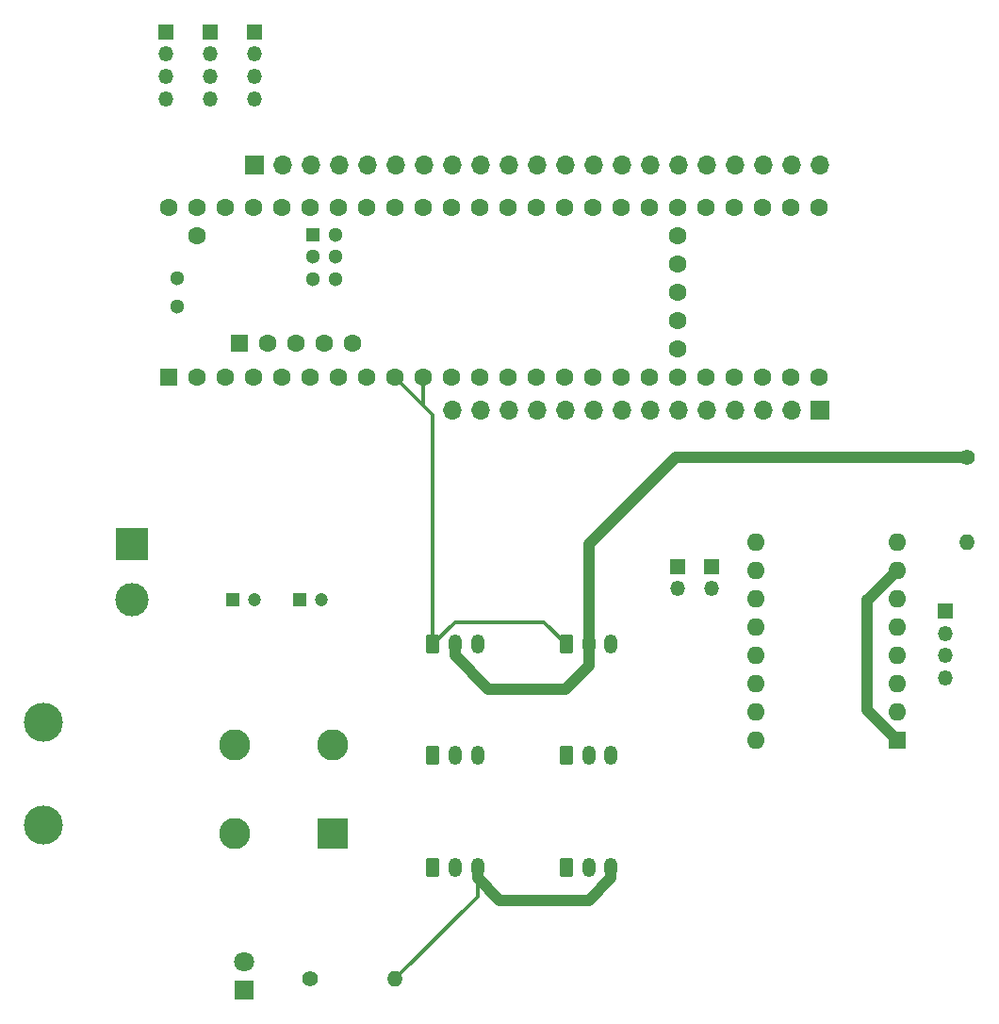
<source format=gbr>
%TF.GenerationSoftware,KiCad,Pcbnew,8.0.6*%
%TF.CreationDate,2024-11-20T07:08:01-05:00*%
%TF.ProjectId,multiDOF,6d756c74-6944-44f4-962e-6b696361645f,rev?*%
%TF.SameCoordinates,Original*%
%TF.FileFunction,Copper,L2,Bot*%
%TF.FilePolarity,Positive*%
%FSLAX46Y46*%
G04 Gerber Fmt 4.6, Leading zero omitted, Abs format (unit mm)*
G04 Created by KiCad (PCBNEW 8.0.6) date 2024-11-20 07:08:01*
%MOMM*%
%LPD*%
G01*
G04 APERTURE LIST*
G04 Aperture macros list*
%AMRoundRect*
0 Rectangle with rounded corners*
0 $1 Rounding radius*
0 $2 $3 $4 $5 $6 $7 $8 $9 X,Y pos of 4 corners*
0 Add a 4 corners polygon primitive as box body*
4,1,4,$2,$3,$4,$5,$6,$7,$8,$9,$2,$3,0*
0 Add four circle primitives for the rounded corners*
1,1,$1+$1,$2,$3*
1,1,$1+$1,$4,$5*
1,1,$1+$1,$6,$7*
1,1,$1+$1,$8,$9*
0 Add four rect primitives between the rounded corners*
20,1,$1+$1,$2,$3,$4,$5,0*
20,1,$1+$1,$4,$5,$6,$7,0*
20,1,$1+$1,$6,$7,$8,$9,0*
20,1,$1+$1,$8,$9,$2,$3,0*%
G04 Aperture macros list end*
%TA.AperFunction,ComponentPad*%
%ADD10R,3.000000X3.000000*%
%TD*%
%TA.AperFunction,ComponentPad*%
%ADD11C,3.000000*%
%TD*%
%TA.AperFunction,ComponentPad*%
%ADD12R,1.200000X1.200000*%
%TD*%
%TA.AperFunction,ComponentPad*%
%ADD13C,1.200000*%
%TD*%
%TA.AperFunction,ComponentPad*%
%ADD14R,1.350000X1.350000*%
%TD*%
%TA.AperFunction,ComponentPad*%
%ADD15O,1.350000X1.350000*%
%TD*%
%TA.AperFunction,ComponentPad*%
%ADD16RoundRect,0.250000X-0.350000X-0.625000X0.350000X-0.625000X0.350000X0.625000X-0.350000X0.625000X0*%
%TD*%
%TA.AperFunction,ComponentPad*%
%ADD17O,1.200000X1.750000*%
%TD*%
%TA.AperFunction,ComponentPad*%
%ADD18R,1.600000X1.600000*%
%TD*%
%TA.AperFunction,ComponentPad*%
%ADD19C,1.600000*%
%TD*%
%TA.AperFunction,ComponentPad*%
%ADD20R,1.300000X1.300000*%
%TD*%
%TA.AperFunction,ComponentPad*%
%ADD21C,1.300000*%
%TD*%
%TA.AperFunction,ComponentPad*%
%ADD22C,1.400000*%
%TD*%
%TA.AperFunction,ComponentPad*%
%ADD23O,1.400000X1.400000*%
%TD*%
%TA.AperFunction,ComponentPad*%
%ADD24C,2.800000*%
%TD*%
%TA.AperFunction,ComponentPad*%
%ADD25R,2.800000X2.800000*%
%TD*%
%TA.AperFunction,ComponentPad*%
%ADD26R,1.700000X1.700000*%
%TD*%
%TA.AperFunction,ComponentPad*%
%ADD27O,1.700000X1.700000*%
%TD*%
%TA.AperFunction,ComponentPad*%
%ADD28C,3.500000*%
%TD*%
%TA.AperFunction,ComponentPad*%
%ADD29O,1.600000X1.600000*%
%TD*%
%TA.AperFunction,ComponentPad*%
%ADD30R,1.800000X1.800000*%
%TD*%
%TA.AperFunction,ComponentPad*%
%ADD31C,1.800000*%
%TD*%
%TA.AperFunction,Conductor*%
%ADD32C,1.000000*%
%TD*%
%TA.AperFunction,Conductor*%
%ADD33C,0.300000*%
%TD*%
G04 APERTURE END LIST*
D10*
%TO.P,J1,1,Pin_1*%
%TO.N,Net-(J1-Pin_1)*%
X66000000Y-103000000D03*
D11*
%TO.P,J1,2,Pin_2*%
%TO.N,GND*%
X66000000Y-108000000D03*
%TD*%
D12*
%TO.P,C2,1*%
%TO.N,+10V*%
X81000000Y-108000000D03*
D13*
%TO.P,C2,2*%
%TO.N,GND*%
X83000000Y-108000000D03*
%TD*%
D14*
%TO.P,J14,1,Pin_1*%
%TO.N,Net-(J14-Pin_1)*%
X73000000Y-57000000D03*
D15*
%TO.P,J14,2,Pin_2*%
X73000000Y-59000000D03*
%TO.P,J14,3,Pin_3*%
X73000000Y-61000000D03*
%TO.P,J14,4,Pin_4*%
X73000000Y-63000000D03*
%TD*%
D16*
%TO.P,J2,1,Pin_1*%
%TO.N,Signal*%
X93000000Y-112000000D03*
D17*
%TO.P,J2,2,Pin_2*%
%TO.N,+10V*%
X95000000Y-112000000D03*
%TO.P,J2,3,Pin_3*%
%TO.N,GND*%
X97000000Y-112000000D03*
%TD*%
D18*
%TO.P,U1,1,GND*%
%TO.N,GND*%
X69280000Y-88000000D03*
D19*
%TO.P,U1,2,0_RX1_CRX2_CS1*%
%TO.N,unconnected-(U1-0_RX1_CRX2_CS1-Pad2)*%
X71820000Y-88000000D03*
%TO.P,U1,3,1_TX1_CTX2_MISO1*%
%TO.N,unconnected-(U1-1_TX1_CTX2_MISO1-Pad3)*%
X74360000Y-88000000D03*
%TO.P,U1,4,2_OUT2*%
%TO.N,DIR*%
X76900000Y-88000000D03*
%TO.P,U1,5,3_LRCLK2*%
%TO.N,STEP*%
X79440000Y-88000000D03*
%TO.P,U1,6,4_BCLK2*%
%TO.N,Net-(J11-Pin_2)*%
X81980000Y-88000000D03*
%TO.P,U1,7,5_IN2*%
%TO.N,Net-(J11-Pin_1)*%
X84520000Y-88000000D03*
%TO.P,U1,8,6_OUT1D*%
%TO.N,unconnected-(U1-6_OUT1D-Pad8)*%
X87060000Y-88000000D03*
%TO.P,U1,9,7_RX2_OUT1A*%
%TO.N,Signal*%
X89600000Y-88000000D03*
%TO.P,U1,10,8_TX2_IN1*%
X92140000Y-88000000D03*
%TO.P,U1,11,9_OUT1C*%
%TO.N,Net-(J8-Pin_14)*%
X94680000Y-88000000D03*
%TO.P,U1,12,10_CS_MQSR*%
%TO.N,Net-(J8-Pin_13)*%
X97220000Y-88000000D03*
%TO.P,U1,13,11_MOSI_CTX1*%
%TO.N,Net-(J8-Pin_12)*%
X99760000Y-88000000D03*
%TO.P,U1,14,12_MISO_MQSL*%
%TO.N,Net-(J8-Pin_11)*%
X102300000Y-88000000D03*
%TO.P,U1,15,3V3*%
%TO.N,Net-(J8-Pin_10)*%
X104840000Y-88000000D03*
%TO.P,U1,16,24_A10_TX6_SCL2*%
%TO.N,Net-(J8-Pin_9)*%
X107380000Y-88000000D03*
%TO.P,U1,17,25_A11_RX6_SDA2*%
%TO.N,Net-(J8-Pin_8)*%
X109920000Y-88000000D03*
%TO.P,U1,18,26_A12_MOSI1*%
%TO.N,Net-(J8-Pin_7)*%
X112460000Y-88000000D03*
%TO.P,U1,19,27_A13_SCK1*%
%TO.N,Net-(J8-Pin_6)*%
X115000000Y-88000000D03*
%TO.P,U1,20,28_RX7*%
%TO.N,Net-(J8-Pin_5)*%
X117540000Y-88000000D03*
%TO.P,U1,21,29_TX7*%
%TO.N,Net-(J8-Pin_4)*%
X120080000Y-88000000D03*
%TO.P,U1,22,30_CRX3*%
%TO.N,Net-(J8-Pin_3)*%
X122620000Y-88000000D03*
%TO.P,U1,23,31_CTX3*%
%TO.N,Net-(J8-Pin_2)*%
X125160000Y-88000000D03*
%TO.P,U1,24,32_OUT1B*%
%TO.N,Net-(J8-Pin_1)*%
X127700000Y-88000000D03*
%TO.P,U1,25,33_MCLK2*%
%TO.N,Net-(J12-Pin_21)*%
X127700000Y-72760000D03*
%TO.P,U1,26,34_RX8*%
%TO.N,Net-(J12-Pin_20)*%
X125160000Y-72760000D03*
%TO.P,U1,27,35_TX8*%
%TO.N,Net-(J12-Pin_19)*%
X122620000Y-72760000D03*
%TO.P,U1,28,36_CS*%
%TO.N,Net-(J12-Pin_18)*%
X120080000Y-72760000D03*
%TO.P,U1,29,37_CS*%
%TO.N,Net-(J12-Pin_17)*%
X117540000Y-72760000D03*
%TO.P,U1,30,38_CS1_IN1*%
%TO.N,Net-(J12-Pin_16)*%
X115000000Y-72760000D03*
%TO.P,U1,31,39_MISO1_OUT1A*%
%TO.N,Net-(J12-Pin_15)*%
X112460000Y-72760000D03*
%TO.P,U1,32,40_A16*%
%TO.N,Net-(J12-Pin_14)*%
X109920000Y-72760000D03*
%TO.P,U1,33,41_A17*%
%TO.N,Net-(J12-Pin_13)*%
X107380000Y-72760000D03*
%TO.P,U1,34,GND*%
%TO.N,Net-(J12-Pin_12)*%
X104840000Y-72760000D03*
%TO.P,U1,35,13_SCK_LED*%
%TO.N,Net-(J12-Pin_11)*%
X102300000Y-72760000D03*
%TO.P,U1,36,14_A0_TX3_SPDIF_OUT*%
%TO.N,Net-(J12-Pin_10)*%
X99760000Y-72760000D03*
%TO.P,U1,37,15_A1_RX3_SPDIF_IN*%
%TO.N,Net-(J12-Pin_9)*%
X97220000Y-72760000D03*
%TO.P,U1,38,16_A2_RX4_SCL1*%
%TO.N,Net-(J12-Pin_8)*%
X94680000Y-72760000D03*
%TO.P,U1,39,17_A3_TX4_SDA1*%
%TO.N,Net-(J12-Pin_7)*%
X92140000Y-72760000D03*
%TO.P,U1,40,18_A4_SDA*%
%TO.N,Net-(J12-Pin_6)*%
X89600000Y-72760000D03*
%TO.P,U1,41,19_A5_SCL*%
%TO.N,Net-(J12-Pin_5)*%
X87060000Y-72760000D03*
%TO.P,U1,42,20_A6_TX5_LRCLK1*%
%TO.N,Net-(J12-Pin_4)*%
X84520000Y-72760000D03*
%TO.P,U1,43,21_A7_RX5_BCLK1*%
%TO.N,Net-(J12-Pin_3)*%
X81980000Y-72760000D03*
%TO.P,U1,44,22_A8_CTX1*%
%TO.N,Net-(J12-Pin_2)*%
X79440000Y-72760000D03*
%TO.P,U1,45,23_A9_CRX1_MCLK1*%
%TO.N,Net-(J12-Pin_1)*%
X76900000Y-72760000D03*
%TO.P,U1,46,3V3*%
%TO.N,Net-(J15-Pin_1)*%
X74360000Y-72760000D03*
%TO.P,U1,47,GND*%
%TO.N,Net-(J14-Pin_1)*%
X71820000Y-72760000D03*
%TO.P,U1,48,VIN*%
%TO.N,Net-(J13-Pin_1)*%
X69280000Y-72760000D03*
%TO.P,U1,49,VUSB*%
%TO.N,Net-(A1-VDD)*%
X71820000Y-75300000D03*
%TO.P,U1,50,VBAT*%
%TO.N,unconnected-(U1-VBAT-Pad50)*%
X115000000Y-85460000D03*
%TO.P,U1,51,3V3*%
%TO.N,unconnected-(U1-3V3-Pad51)*%
X115000000Y-82920000D03*
%TO.P,U1,52,GND*%
%TO.N,unconnected-(U1-GND-Pad52)*%
X115000000Y-80380000D03*
%TO.P,U1,53,PROGRAM*%
%TO.N,unconnected-(U1-PROGRAM-Pad53)*%
X115000000Y-77840000D03*
%TO.P,U1,54,ON_OFF*%
%TO.N,unconnected-(U1-ON_OFF-Pad54)*%
X115000000Y-75300000D03*
D18*
%TO.P,U1,55,5V*%
%TO.N,unconnected-(U1-5V-Pad55)*%
X75579200Y-84949200D03*
D19*
%TO.P,U1,56,D-*%
%TO.N,unconnected-(U1-D--Pad56)*%
X78119200Y-84949200D03*
%TO.P,U1,57,D+*%
%TO.N,unconnected-(U1-D+-Pad57)*%
X80659200Y-84949200D03*
%TO.P,U1,58,GND*%
%TO.N,unconnected-(U1-GND-Pad58)*%
X83199200Y-84949200D03*
%TO.P,U1,59,GND*%
%TO.N,unconnected-(U1-GND-Pad59)*%
X85739200Y-84949200D03*
D20*
%TO.P,U1,60,R+*%
%TO.N,unconnected-(U1-R+-Pad60)*%
X82250000Y-75198400D03*
D21*
%TO.P,U1,61,LED*%
%TO.N,unconnected-(U1-LED-Pad61)*%
X82250000Y-77198400D03*
%TO.P,U1,62,T-*%
%TO.N,unconnected-(U1-T--Pad62)*%
X82250000Y-79198400D03*
%TO.P,U1,63,T+*%
%TO.N,unconnected-(U1-T+-Pad63)*%
X84250000Y-79198400D03*
%TO.P,U1,64,GND*%
%TO.N,unconnected-(U1-GND-Pad64)*%
X84250000Y-77198400D03*
%TO.P,U1,65,R-*%
%TO.N,unconnected-(U1-R--Pad65)*%
X84250000Y-75198400D03*
%TO.P,U1,66,D-*%
%TO.N,unconnected-(U1-D--Pad66)*%
X70010000Y-79110000D03*
%TO.P,U1,67,D+*%
%TO.N,unconnected-(U1-D+-Pad67)*%
X70010000Y-81650000D03*
%TD*%
D22*
%TO.P,R2,1*%
%TO.N,+10V*%
X141000000Y-95190000D03*
D23*
%TO.P,R2,2*%
%TO.N,VSTEP*%
X141000000Y-102810000D03*
%TD*%
D24*
%TO.P,SW1,1,1*%
%TO.N,Net-(F1-Pad2)*%
X75200000Y-129000000D03*
D25*
%TO.P,SW1,1A,1A*%
%TO.N,+10V*%
X84000000Y-129000000D03*
D24*
%TO.P,SW1,2,2*%
%TO.N,Net-(F1-Pad2)*%
X75200000Y-121000000D03*
%TO.P,SW1,2A,2A*%
%TO.N,+10V*%
X84000000Y-121000000D03*
%TD*%
D16*
%TO.P,J7,1,Pin_1*%
%TO.N,Signal*%
X105000000Y-132000000D03*
D17*
%TO.P,J7,2,Pin_2*%
%TO.N,+10V*%
X107000000Y-132000000D03*
%TO.P,J7,3,Pin_3*%
%TO.N,GND*%
X109000000Y-132000000D03*
%TD*%
D14*
%TO.P,J13,1,Pin_1*%
%TO.N,Net-(J13-Pin_1)*%
X69000000Y-57000000D03*
D15*
%TO.P,J13,2,Pin_2*%
X69000000Y-59000000D03*
%TO.P,J13,3,Pin_3*%
X69000000Y-61000000D03*
%TO.P,J13,4,Pin_4*%
X69000000Y-63000000D03*
%TD*%
D26*
%TO.P,J12,1,Pin_1*%
%TO.N,Net-(J12-Pin_1)*%
X76960000Y-69000000D03*
D27*
%TO.P,J12,2,Pin_2*%
%TO.N,Net-(J12-Pin_2)*%
X79500000Y-69000000D03*
%TO.P,J12,3,Pin_3*%
%TO.N,Net-(J12-Pin_3)*%
X82040000Y-69000000D03*
%TO.P,J12,4,Pin_4*%
%TO.N,Net-(J12-Pin_4)*%
X84580000Y-69000000D03*
%TO.P,J12,5,Pin_5*%
%TO.N,Net-(J12-Pin_5)*%
X87120000Y-69000000D03*
%TO.P,J12,6,Pin_6*%
%TO.N,Net-(J12-Pin_6)*%
X89660000Y-69000000D03*
%TO.P,J12,7,Pin_7*%
%TO.N,Net-(J12-Pin_7)*%
X92200000Y-69000000D03*
%TO.P,J12,8,Pin_8*%
%TO.N,Net-(J12-Pin_8)*%
X94740000Y-69000000D03*
%TO.P,J12,9,Pin_9*%
%TO.N,Net-(J12-Pin_9)*%
X97280000Y-69000000D03*
%TO.P,J12,10,Pin_10*%
%TO.N,Net-(J12-Pin_10)*%
X99820000Y-69000000D03*
%TO.P,J12,11,Pin_11*%
%TO.N,Net-(J12-Pin_11)*%
X102360000Y-69000000D03*
%TO.P,J12,12,Pin_12*%
%TO.N,Net-(J12-Pin_12)*%
X104900000Y-69000000D03*
%TO.P,J12,13,Pin_13*%
%TO.N,Net-(J12-Pin_13)*%
X107440000Y-69000000D03*
%TO.P,J12,14,Pin_14*%
%TO.N,Net-(J12-Pin_14)*%
X109980000Y-69000000D03*
%TO.P,J12,15,Pin_15*%
%TO.N,Net-(J12-Pin_15)*%
X112520000Y-69000000D03*
%TO.P,J12,16,Pin_16*%
%TO.N,Net-(J12-Pin_16)*%
X115060000Y-69000000D03*
%TO.P,J12,17,Pin_17*%
%TO.N,Net-(J12-Pin_17)*%
X117600000Y-69000000D03*
%TO.P,J12,18,Pin_18*%
%TO.N,Net-(J12-Pin_18)*%
X120140000Y-69000000D03*
%TO.P,J12,19,Pin_19*%
%TO.N,Net-(J12-Pin_19)*%
X122680000Y-69000000D03*
%TO.P,J12,20,Pin_20*%
%TO.N,Net-(J12-Pin_20)*%
X125220000Y-69000000D03*
%TO.P,J12,21,Pin_21*%
%TO.N,Net-(J12-Pin_21)*%
X127760000Y-69000000D03*
%TD*%
D28*
%TO.P,F1,1*%
%TO.N,Net-(J1-Pin_1)*%
X58000000Y-119000000D03*
%TO.P,F1,2*%
%TO.N,Net-(F1-Pad2)*%
X58000000Y-128200000D03*
%TD*%
D14*
%TO.P,J9,1,Pin_1*%
%TO.N,Net-(A1-2B)*%
X139000000Y-109000000D03*
D15*
%TO.P,J9,2,Pin_2*%
%TO.N,Net-(A1-2A)*%
X139000000Y-111000000D03*
%TO.P,J9,3,Pin_3*%
%TO.N,Net-(A1-1A)*%
X139000000Y-113000000D03*
%TO.P,J9,4,Pin_4*%
%TO.N,Net-(A1-1B)*%
X139000000Y-115000000D03*
%TD*%
D16*
%TO.P,J4,1,Pin_1*%
%TO.N,Signal*%
X93000000Y-132000000D03*
D17*
%TO.P,J4,2,Pin_2*%
%TO.N,+10V*%
X95000000Y-132000000D03*
%TO.P,J4,3,Pin_3*%
%TO.N,GND*%
X97000000Y-132000000D03*
%TD*%
D12*
%TO.P,C1,1*%
%TO.N,+10V*%
X75000000Y-108000000D03*
D13*
%TO.P,C1,2*%
%TO.N,GND*%
X77000000Y-108000000D03*
%TD*%
D14*
%TO.P,J11,1,Pin_1*%
%TO.N,Net-(J11-Pin_1)*%
X115000000Y-105000000D03*
D15*
%TO.P,J11,2,Pin_2*%
%TO.N,Net-(J11-Pin_2)*%
X115000000Y-107000000D03*
%TD*%
D16*
%TO.P,J3,1,Pin_1*%
%TO.N,Signal*%
X93000000Y-122000000D03*
D17*
%TO.P,J3,2,Pin_2*%
%TO.N,+10V*%
X95000000Y-122000000D03*
%TO.P,J3,3,Pin_3*%
%TO.N,GND*%
X97000000Y-122000000D03*
%TD*%
D22*
%TO.P,R1,1*%
%TO.N,Net-(D1-K)*%
X82000000Y-142000000D03*
D23*
%TO.P,R1,2*%
%TO.N,GND*%
X89620000Y-142000000D03*
%TD*%
D26*
%TO.P,J8,1,Pin_1*%
%TO.N,Net-(J8-Pin_1)*%
X127760000Y-91000000D03*
D27*
%TO.P,J8,2,Pin_2*%
%TO.N,Net-(J8-Pin_2)*%
X125220000Y-91000000D03*
%TO.P,J8,3,Pin_3*%
%TO.N,Net-(J8-Pin_3)*%
X122680000Y-91000000D03*
%TO.P,J8,4,Pin_4*%
%TO.N,Net-(J8-Pin_4)*%
X120140000Y-91000000D03*
%TO.P,J8,5,Pin_5*%
%TO.N,Net-(J8-Pin_5)*%
X117600000Y-91000000D03*
%TO.P,J8,6,Pin_6*%
%TO.N,Net-(J8-Pin_6)*%
X115060000Y-91000000D03*
%TO.P,J8,7,Pin_7*%
%TO.N,Net-(J8-Pin_7)*%
X112520000Y-91000000D03*
%TO.P,J8,8,Pin_8*%
%TO.N,Net-(J8-Pin_8)*%
X109980000Y-91000000D03*
%TO.P,J8,9,Pin_9*%
%TO.N,Net-(J8-Pin_9)*%
X107440000Y-91000000D03*
%TO.P,J8,10,Pin_10*%
%TO.N,Net-(J8-Pin_10)*%
X104900000Y-91000000D03*
%TO.P,J8,11,Pin_11*%
%TO.N,Net-(J8-Pin_11)*%
X102360000Y-91000000D03*
%TO.P,J8,12,Pin_12*%
%TO.N,Net-(J8-Pin_12)*%
X99820000Y-91000000D03*
%TO.P,J8,13,Pin_13*%
%TO.N,Net-(J8-Pin_13)*%
X97280000Y-91000000D03*
%TO.P,J8,14,Pin_14*%
%TO.N,Net-(J8-Pin_14)*%
X94740000Y-91000000D03*
%TD*%
D16*
%TO.P,J6,1,Pin_1*%
%TO.N,Signal*%
X105000000Y-122000000D03*
D17*
%TO.P,J6,2,Pin_2*%
%TO.N,+10V*%
X107000000Y-122000000D03*
%TO.P,J6,3,Pin_3*%
%TO.N,GND*%
X109000000Y-122000000D03*
%TD*%
D18*
%TO.P,A1,1,GND*%
%TO.N,GND*%
X134700000Y-120620000D03*
D29*
%TO.P,A1,2,VDD*%
%TO.N,Net-(A1-VDD)*%
X134700000Y-118080000D03*
%TO.P,A1,3,1B*%
%TO.N,Net-(A1-1B)*%
X134700000Y-115540000D03*
%TO.P,A1,4,1A*%
%TO.N,Net-(A1-1A)*%
X134700000Y-113000000D03*
%TO.P,A1,5,2A*%
%TO.N,Net-(A1-2A)*%
X134700000Y-110460000D03*
%TO.P,A1,6,2B*%
%TO.N,Net-(A1-2B)*%
X134700000Y-107920000D03*
%TO.P,A1,7,GND*%
%TO.N,GND*%
X134700000Y-105380000D03*
%TO.P,A1,8,VMOT*%
%TO.N,VSTEP*%
X134700000Y-102840000D03*
%TO.P,A1,9,~{ENABLE}*%
%TO.N,unconnected-(A1-~{ENABLE}-Pad9)*%
X122000000Y-102840000D03*
%TO.P,A1,10,MS1*%
%TO.N,Net-(A1-MS1)*%
X122000000Y-105380000D03*
%TO.P,A1,11,MS2*%
%TO.N,Net-(A1-MS2)*%
X122000000Y-107920000D03*
%TO.P,A1,12,MS3*%
%TO.N,unconnected-(A1-MS3-Pad12)*%
X122000000Y-110460000D03*
%TO.P,A1,13,~{RESET}*%
%TO.N,unconnected-(A1-~{RESET}-Pad13)*%
X122000000Y-113000000D03*
%TO.P,A1,14,~{SLEEP}*%
%TO.N,unconnected-(A1-~{SLEEP}-Pad14)*%
X122000000Y-115540000D03*
%TO.P,A1,15,STEP*%
%TO.N,STEP*%
X122000000Y-118080000D03*
%TO.P,A1,16,DIR*%
%TO.N,DIR*%
X122000000Y-120620000D03*
%TD*%
D14*
%TO.P,J10,1,Pin_1*%
%TO.N,Net-(A1-MS1)*%
X118000000Y-105000000D03*
D15*
%TO.P,J10,2,Pin_2*%
%TO.N,Net-(A1-MS2)*%
X118000000Y-107000000D03*
%TD*%
D14*
%TO.P,J15,1,Pin_1*%
%TO.N,Net-(J15-Pin_1)*%
X77000000Y-57000000D03*
D15*
%TO.P,J15,2,Pin_2*%
X77000000Y-59000000D03*
%TO.P,J15,3,Pin_3*%
X77000000Y-61000000D03*
%TO.P,J15,4,Pin_4*%
X77000000Y-63000000D03*
%TD*%
D30*
%TO.P,D1,1,K*%
%TO.N,Net-(D1-K)*%
X76000000Y-143000000D03*
D31*
%TO.P,D1,2,A*%
%TO.N,+10V*%
X76000000Y-140460000D03*
%TD*%
D16*
%TO.P,J5,1,Pin_1*%
%TO.N,Signal*%
X105000000Y-112000000D03*
D17*
%TO.P,J5,2,Pin_2*%
%TO.N,+10V*%
X107000000Y-112000000D03*
%TO.P,J5,3,Pin_3*%
%TO.N,GND*%
X109000000Y-112000000D03*
%TD*%
D32*
%TO.N,GND*%
X132000000Y-117920000D02*
X134700000Y-120620000D01*
X134700000Y-105380000D02*
X132080000Y-108000000D01*
X97000000Y-133000000D02*
X97000000Y-132000000D01*
X132000000Y-108000000D02*
X132000000Y-117920000D01*
X109000000Y-133000000D02*
X107000000Y-135000000D01*
D33*
X97000000Y-134620000D02*
X97000000Y-132000000D01*
X89620000Y-142000000D02*
X97000000Y-134620000D01*
D32*
X99000000Y-135000000D02*
X97000000Y-133000000D01*
X107000000Y-135000000D02*
X99000000Y-135000000D01*
X109000000Y-132000000D02*
X109000000Y-133000000D01*
X132080000Y-108000000D02*
X132000000Y-108000000D01*
D33*
%TO.N,Signal*%
X93000000Y-112000000D02*
X95000000Y-110000000D01*
X103000000Y-110000000D02*
X105000000Y-112000000D01*
X92140000Y-90540000D02*
X92800000Y-91200000D01*
X92800000Y-91200000D02*
X89600000Y-88000000D01*
X93000000Y-112000000D02*
X93000000Y-91400000D01*
X92140000Y-88000000D02*
X92140000Y-90540000D01*
X95000000Y-110000000D02*
X103000000Y-110000000D01*
X93000000Y-91400000D02*
X92800000Y-91200000D01*
D32*
%TO.N,+10V*%
X98000000Y-116000000D02*
X104875000Y-116000000D01*
X95000000Y-113000000D02*
X98000000Y-116000000D01*
X107000000Y-103000000D02*
X107000000Y-112000000D01*
X141000000Y-95190000D02*
X114810000Y-95190000D01*
X104875000Y-116000000D02*
X107000000Y-113875000D01*
X114810000Y-95190000D02*
X107000000Y-103000000D01*
X107000000Y-113875000D02*
X107000000Y-112000000D01*
X95000000Y-112000000D02*
X95000000Y-113000000D01*
%TD*%
M02*

</source>
